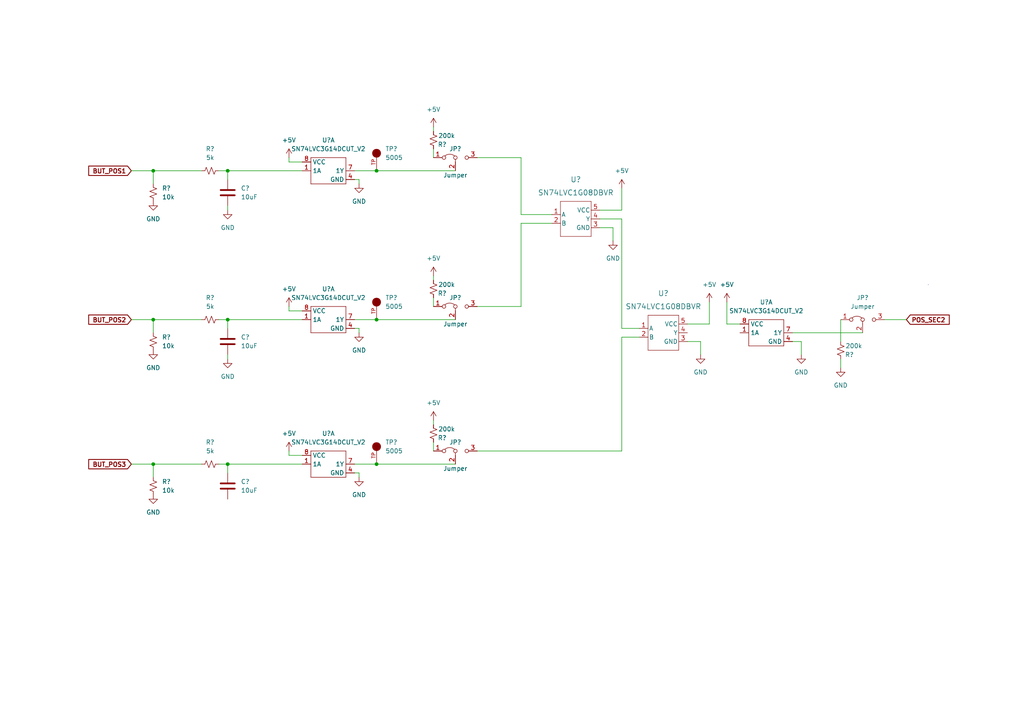
<source format=kicad_sch>
(kicad_sch (version 20211123) (generator eeschema)
  (paper "A4")
  (lib_symbols
    (symbol "Device:C" (pin_numbers hide) (pin_names (offset 0.254))
      (property "Reference" "C" (at 0.635 2.54 0))
      (property "Value" "C" (at 0.635 -2.54 0))
      (symbol "C_0_1"
        (polyline (pts (xy -2.032 -0.762) (xy 2.032 -0.762)) (stroke (width 0.508)))
        (polyline (pts (xy -2.032 0.762) (xy 2.032 0.762)) (stroke (width 0.508)))
      )
      (symbol "C_1_1"
        (pin passive line (at 0 3.81 270) (length 2.794) (name "~") (number "1"))
        (pin passive line (at 0 -3.81 90) (length 2.794) (name "~") (number "2"))
      )
    )
    (symbol "Device:R_Small_US" (pin_numbers hide) (pin_names (offset 0.254) hide)
      (property "Reference" "R" (at 0.762 0.508 0))
      (property "Value" "R_Small_US" (at 0.762 -1.016 0))
      (symbol "R_Small_US_1_1"
        (polyline (pts (xy 0 0) (xy 1.016 -0.381) (xy 0 -0.762) (xy -1.016 -1.143) (xy 0 -1.524)))
        (polyline (pts (xy 0 1.524) (xy 1.016 1.143) (xy 0 0.762) (xy -1.016 0.381) (xy 0 0)))
        (pin passive line (at 0 2.54 270) (length 1.016) (name "~") (number "1"))
        (pin passive line (at 0 -2.54 90) (length 1.016) (name "~") (number "2"))
      )
    )
    (symbol "Jumper:Jumper_3_Bridged12" (pin_names (offset 0) hide)
      (property "Reference" "JP" (at -2.54 -2.54 0))
      (property "Value" "Jumper_3_Bridged12" (at 0 2.794 0))
      (symbol "Jumper_3_Bridged12_0_0"
        (circle (center -3.302 0) (radius 0.508))
        (circle (center 0 0) (radius 0.508))
        (circle (center 3.302 0) (radius 0.508))
      )
      (symbol "Jumper_3_Bridged12_0_1"
        (arc (start -0.254 0.508) (mid -1.651 0.9912) (end -3.048 0.508))
        (polyline (pts (xy 0 -1.27) (xy 0 -0.508)))
      )
      (symbol "Jumper_3_Bridged12_1_1"
        (pin passive line (at -6.35 0 0) (length 2.54) (name "A") (number "1"))
        (pin passive line (at 0 -3.81 90) (length 2.54) (name "C") (number "2"))
        (pin passive line (at 6.35 0 180) (length 2.54) (name "B") (number "3"))
      )
    )
    (symbol "SymLib:5005" (pin_names (offset 1.016))
      (property "Reference" "TP" (at -2.54 2.54 0))
      (property "Value" "5005" (at -2.54 -3.81 0))
      (symbol "5005_0_0"
        (circle (center 0 0) (radius 0.635) (stroke (width 1.27)))
        (pin passive line (at -5.08 0 0) (length 5.08) (name "~") (number "TP"))
      )
    )
    (symbol "SymLib:SN74LVC1G08DBVR" (pin_names (offset 0.254))
      (property "Reference" "U" (at 25.4 10.16 0))
      (property "Value" "SN74LVC1G08DBVR" (at 25.4 7.62 0))
      (symbol "SN74LVC1G08DBVR_0_1"
        (polyline (pts (xy 20.32 -7.62) (xy 29.21 -7.62)) (stroke (width 0.127)))
        (polyline (pts (xy 20.32 2.54) (xy 20.32 -7.62)) (stroke (width 0.127)))
        (polyline (pts (xy 29.21 -7.62) (xy 29.21 2.54)) (stroke (width 0.127)))
        (polyline (pts (xy 29.21 2.54) (xy 20.32 2.54)) (stroke (width 0.127)))
        (pin input line (at 17.78 -1.27 0) (length 2.54) (name "A") (number "1"))
        (pin input line (at 17.78 -3.81 0) (length 2.54) (name "B") (number "2"))
        (pin power_in line (at 31.75 -5.08 180) (length 2.54) (name "GND") (number "3"))
        (pin output line (at 31.75 -2.54 180) (length 2.54) (name "Y") (number "4"))
        (pin power_in line (at 31.75 0 180) (length 2.54) (name "VCC") (number "5"))
      )
    )
    (symbol "SymLib:SN74LVC3G14DCUT_V2"
      (property "Reference" "U" (at -3.81 5.08 0))
      (property "Value" "SN74LVC3G14DCUT_V2" (at 0 -5.08 0))
      (symbol "SN74LVC3G14DCUT_V2_0_1"
        (rectangle (start -5.08 -3.81) (end 5.08 -3.81))
        (rectangle (start -5.08 3.81) (end -5.08 -3.81))
        (rectangle (start -5.08 3.81) (end 5.08 3.81))
        (rectangle (start 5.08 3.81) (end 5.08 -3.81))
      )
      (symbol "SN74LVC3G14DCUT_V2_1_1"
        (pin bidirectional line (at -7.62 0 0) (length 2.54) (name "1A") (number "1"))
        (pin bidirectional line (at 7.62 -2.54 180) (length 2.54) (name "GND") (number "4"))
        (pin output line (at 7.62 0 180) (length 2.54) (name "1Y") (number "7"))
        (pin bidirectional line (at -7.62 2.54 0) (length 2.54) (name "VCC") (number "8"))
      )
      (symbol "SN74LVC3G14DCUT_V2_2_1"
        (pin bidirectional line (at -7.62 0 0) (length 2.54) (name "2A") (number "3"))
        (pin output line (at 7.62 0 180) (length 2.54) (name "2Y") (number "5"))
      )
      (symbol "SN74LVC3G14DCUT_V2_3_1"
        (pin output line (at 7.62 0 180) (length 2.54) (name "3Y") (number "2"))
        (pin bidirectional line (at -7.62 0 0) (length 2.54) (name "3A") (number "6"))
      )
    )
    (symbol "power:+5V" (power) (pin_names (offset 0))
      (property "Value" "+5V" (at 0 3.556 0))
      (symbol "+5V_0_1"
        (polyline (pts (xy -0.762 1.27) (xy 0 2.54)))
        (polyline (pts (xy 0 0) (xy 0 2.54)))
        (polyline (pts (xy 0 2.54) (xy 0.762 1.27)))
      )
      (symbol "+5V_1_1"
        (pin power_in line (at 0 0 90) (length 0) hide (name "+5V") (number "1"))
      )
    )
    (symbol "power:GND" (power) (pin_names (offset 0))
      (property "Value" "GND" (at 0 -3.81 0))
      (symbol "GND_0_1"
        (polyline (pts (xy 0 0) (xy 0 -1.27) (xy 1.27 -1.27) (xy 0 -2.54) (xy -1.27 -1.27) (xy 0 -1.27)))
      )
      (symbol "GND_1_1"
        (pin power_in line (at 0 0 270) (length 0) hide (name "GND") (number "1"))
      )
    )
  )
  (junction (at 44.45 92.71))
  (junction (at 66.04 134.62))
  (junction (at 66.04 49.53))
  (junction (at 44.45 49.53))
  (junction (at 109.22 49.53))
  (junction (at 109.22 134.62))
  (junction (at 44.45 134.62))
  (junction (at 66.04 92.71))
  (junction (at 109.22 92.71))
  (wire (pts (xy 66.04 134.62) (xy 66.04 137.16)))
  (wire (pts (xy 66.04 59.69) (xy 66.04 60.96)))
  (wire (pts (xy 125.73 81.28) (xy 125.73 80.01)))
  (wire (pts (xy 38.1 134.62) (xy 44.45 134.62)))
  (wire (pts (xy 102.87 52.07) (xy 104.14 52.07)))
  (wire (pts (xy 199.39 93.98) (xy 205.74 93.98)))
  (wire (pts (xy 109.22 134.62) (xy 132.08 134.62)))
  (wire (pts (xy 102.87 137.16) (xy 104.14 137.16)))
  (wire (pts (xy 177.8 66.04) (xy 177.8 69.85)))
  (wire (pts (xy 214.63 93.98) (xy 210.82 93.98)))
  (wire (pts (xy 44.45 49.53) (xy 44.45 53.34)))
  (wire (pts (xy 87.63 46.99) (xy 83.82 46.99)))
  (wire (pts (xy 256.54 92.71) (xy 262.89 92.71)))
  (wire (pts (xy 87.63 90.17) (xy 83.82 90.17)))
  (wire (pts (xy 203.2 99.06) (xy 203.2 102.87)))
  (wire (pts (xy 243.84 104.14) (xy 243.84 106.68)))
  (wire (pts (xy 151.13 62.23) (xy 160.02 62.23)))
  (wire (pts (xy 173.99 63.5) (xy 180.34 63.5)))
  (polyline (pts (xy 269.24 82.55) (xy 269.24 82.55)))
  (wire (pts (xy 83.82 132.08) (xy 83.82 130.81)))
  (wire (pts (xy 229.87 99.06) (xy 232.41 99.06)))
  (wire (pts (xy 66.04 49.53) (xy 87.63 49.53)))
  (wire (pts (xy 173.99 60.96) (xy 180.34 60.96)))
  (wire (pts (xy 125.73 43.18) (xy 125.73 45.72)))
  (wire (pts (xy 44.45 134.62) (xy 44.45 138.43)))
  (wire (pts (xy 160.02 64.77) (xy 151.13 64.77)))
  (wire (pts (xy 66.04 134.62) (xy 87.63 134.62)))
  (wire (pts (xy 138.43 130.81) (xy 180.34 130.81)))
  (wire (pts (xy 109.22 49.53) (xy 132.08 49.53)))
  (wire (pts (xy 83.82 90.17) (xy 83.82 88.9)))
  (wire (pts (xy 229.87 96.52) (xy 250.19 96.52)))
  (wire (pts (xy 104.14 53.34) (xy 104.14 52.07)))
  (wire (pts (xy 180.34 63.5) (xy 180.34 95.25)))
  (wire (pts (xy 102.87 134.62) (xy 109.22 134.62)))
  (wire (pts (xy 87.63 132.08) (xy 83.82 132.08)))
  (wire (pts (xy 180.34 54.61) (xy 180.34 60.96)))
  (wire (pts (xy 109.22 92.71) (xy 132.08 92.71)))
  (wire (pts (xy 104.14 138.43) (xy 104.14 137.16)))
  (wire (pts (xy 63.5 134.62) (xy 66.04 134.62)))
  (wire (pts (xy 38.1 49.53) (xy 44.45 49.53)))
  (wire (pts (xy 173.99 66.04) (xy 177.8 66.04)))
  (wire (pts (xy 180.34 95.25) (xy 185.42 95.25)))
  (wire (pts (xy 63.5 92.71) (xy 66.04 92.71)))
  (wire (pts (xy 66.04 102.87) (xy 66.04 104.14)))
  (wire (pts (xy 66.04 49.53) (xy 66.04 52.07)))
  (wire (pts (xy 66.04 92.71) (xy 66.04 95.25)))
  (wire (pts (xy 151.13 45.72) (xy 151.13 62.23)))
  (wire (pts (xy 102.87 95.25) (xy 104.14 95.25)))
  (wire (pts (xy 44.45 134.62) (xy 58.42 134.62)))
  (wire (pts (xy 44.45 49.53) (xy 58.42 49.53)))
  (wire (pts (xy 180.34 97.79) (xy 185.42 97.79)))
  (wire (pts (xy 125.73 128.27) (xy 125.73 130.81)))
  (wire (pts (xy 243.84 92.71) (xy 243.84 99.06)))
  (wire (pts (xy 151.13 88.9) (xy 138.43 88.9)))
  (wire (pts (xy 125.73 86.36) (xy 125.73 88.9)))
  (wire (pts (xy 102.87 92.71) (xy 109.22 92.71)))
  (wire (pts (xy 232.41 99.06) (xy 232.41 102.87)))
  (wire (pts (xy 180.34 130.81) (xy 180.34 97.79)))
  (wire (pts (xy 205.74 87.63) (xy 205.74 93.98)))
  (wire (pts (xy 38.1 92.71) (xy 44.45 92.71)))
  (wire (pts (xy 104.14 96.52) (xy 104.14 95.25)))
  (wire (pts (xy 151.13 45.72) (xy 138.43 45.72)))
  (wire (pts (xy 83.82 46.99) (xy 83.82 45.72)))
  (wire (pts (xy 125.73 38.1) (xy 125.73 36.83)))
  (wire (pts (xy 44.45 92.71) (xy 58.42 92.71)))
  (wire (pts (xy 66.04 49.53) (xy 63.5 49.53)))
  (wire (pts (xy 125.73 123.19) (xy 125.73 121.92)))
  (wire (pts (xy 151.13 64.77) (xy 151.13 88.9)))
  (wire (pts (xy 199.39 99.06) (xy 203.2 99.06)))
  (wire (pts (xy 66.04 92.71) (xy 87.63 92.71)))
  (wire (pts (xy 44.45 92.71) (xy 44.45 96.52)))
  (wire (pts (xy 102.87 49.53) (xy 109.22 49.53)))
  (wire (pts (xy 210.82 87.63) (xy 210.82 93.98)))
  (global_label "BUT_POS2" (shape input) (at 38.1 92.71 180) (effects (font (thickness 0.254) bold)) (property "Intersheet References" "${INTERSHEET_REFS}" (effects hide)))
  (global_label "POS_SEC2" (shape input) (at 262.89 92.71 0) (effects (font (thickness 0.254) bold)) (property "Intersheet References" "${INTERSHEET_REFS}" (effects hide)))
  (global_label "BUT_POS3" (shape input) (at 38.1 134.62 180) (effects (font (thickness 0.254) bold)) (property "Intersheet References" "${INTERSHEET_REFS}" (effects hide)))
  (global_label "BUT_POS1" (shape input) (at 38.1 49.53 180) (effects (font (thickness 0.254) bold)) (property "Intersheet References" "${INTERSHEET_REFS}" (effects hide)))
  (symbol (lib_id "Device:C") (at 66.04 140.97 0) (unit 1)
    (property "Reference" "C?" (at 69.85 139.6999 0) (effects (justify left)))
    (property "Value" "10uF" (at 69.85 142.2399 0) (effects (justify left)))
    (property "Footprint" "Capacitor_SMD:C_0603_1608Metric" (effects hide))
  )
  (symbol (lib_id "Jumper:Jumper_3_Bridged12") (at 132.08 45.72 0) (unit 1)
    (property "Reference" "JP?" (at 132.08 43.18 0))
    (property "Value" "Jumper" (at 132.08 50.8 0))
    (property "Footprint" "Connector_PinHeader_2.54mm:PinHeader_1x03_P2.54mm_Vertical" (effects hide))
  )
  (symbol (lib_id "SymLib:SN74LVC1G08DBVR") (at 142.24 60.96 0) (unit 1)
    (property "Reference" "U?" (at 167.005 52.07 0) (effects (font (size 1.524 1.524))))
    (property "Value" "SN74LVC1G08DBVR" (at 167.005 55.88 0) (effects (font (size 1.524 1.524))))
    (property "Footprint" "FootPrint:SOT95P270X145-5N" (effects hide))
  )
  (symbol (lib_id "power:GND") (at 44.45 58.42 0) (unit 1)
    (property "Reference" "#PWR?" (effects hide))
    (property "Value" "GND" (at 44.45 63.5 0))
  )
  (symbol (lib_id "Device:R_Small_US") (at 44.45 140.97 0) (unit 1)
    (property "Reference" "R?" (at 46.99 139.6999 0) (effects (justify left)))
    (property "Value" "10k" (at 46.99 142.2399 0) (effects (justify left)))
    (property "Footprint" "Resistor_SMD:R_0603_1608Metric" (effects hide))
  )
  (symbol (lib_id "Device:R_Small_US") (at 60.96 49.53 90) (unit 1)
    (property "Reference" "R?" (at 60.96 43.18 90))
    (property "Value" "5k" (at 60.96 45.72 90))
    (property "Footprint" "Resistor_SMD:R_0603_1608Metric" (effects hide))
  )
  (symbol (lib_id "power:GND") (at 44.45 143.51 0) (unit 1)
    (property "Reference" "#PWR?" (effects hide))
    (property "Value" "GND" (at 44.45 148.59 0))
  )
  (symbol (lib_id "power:GND") (at 44.45 101.6 0) (unit 1)
    (property "Reference" "#PWR?" (effects hide))
    (property "Value" "GND" (at 44.45 106.68 0))
  )
  (symbol (lib_id "Jumper:Jumper_3_Bridged12") (at 250.19 92.71 0) (unit 1)
    (property "Reference" "JP?" (at 250.19 86.36 0))
    (property "Value" "Jumper" (at 250.19 88.9 0))
    (property "Footprint" "Connector_PinHeader_2.54mm:PinHeader_1x03_P2.54mm_Vertical" (effects hide))
  )
  (symbol (lib_id "power:GND") (at 232.41 102.87 0) (unit 1)
    (property "Reference" "#PWR?" (effects hide))
    (property "Value" "GND" (at 232.41 107.95 0))
  )
  (symbol (lib_id "Device:R_Small_US") (at 125.73 40.64 0) (unit 1)
    (property "Reference" "R?" (at 128.27 41.91 0))
    (property "Value" "200k" (at 129.54 39.37 0))
    (property "Footprint" "Resistor_SMD:R_0603_1608Metric" (effects hide))
  )
  (symbol (lib_id "power:+5V") (at 125.73 121.92 0) (unit 1)
    (property "Reference" "#PWR?" (effects hide))
    (property "Value" "+5V" (at 125.73 116.84 0))
  )
  (symbol (lib_id "SymLib:SN74LVC3G14DCUT_V2") (at 222.25 96.52 0) (unit 1)
    (property "Reference" "U?" (at 222.25 87.63 0))
    (property "Value" "SN74LVC3G14DCUT_V2" (at 222.25 90.17 0))
    (property "Footprint" "FootPrint:SN74LVC3G14DCUT" (effects hide))
  )
  (symbol (lib_id "power:+5V") (at 83.82 88.9 0) (unit 1)
    (property "Reference" "#PWR?" (effects hide))
    (property "Value" "+5V" (at 83.82 83.82 0))
  )
  (symbol (lib_id "power:+5V") (at 83.82 130.81 0) (unit 1)
    (property "Reference" "#PWR?" (effects hide))
    (property "Value" "+5V" (at 83.82 125.73 0))
  )
  (symbol (lib_id "power:GND") (at 177.8 69.85 0) (unit 1)
    (property "Reference" "#PWR?" (effects hide))
    (property "Value" "GND" (at 177.8 74.93 0))
  )
  (symbol (lib_id "Device:R_Small_US") (at 243.84 101.6 0) (unit 1)
    (property "Reference" "R?" (at 246.38 102.87 0))
    (property "Value" "200k" (at 247.65 100.33 0))
    (property "Footprint" "Resistor_SMD:R_0603_1608Metric" (effects hide))
  )
  (symbol (lib_id "Device:C") (at 66.04 99.06 0) (unit 1)
    (property "Reference" "C?" (at 69.85 97.7899 0) (effects (justify left)))
    (property "Value" "10uF" (at 69.85 100.3299 0) (effects (justify left)))
    (property "Footprint" "Capacitor_SMD:C_0603_1608Metric" (effects hide))
  )
  (symbol (lib_id "power:GND") (at 104.14 138.43 0) (unit 1)
    (property "Reference" "#PWR?" (effects hide))
    (property "Value" "GND" (at 104.14 143.51 0))
  )
  (symbol (lib_id "power:GND") (at 203.2 102.87 0) (unit 1)
    (property "Reference" "#PWR?" (effects hide))
    (property "Value" "GND" (at 203.2 107.95 0))
  )
  (symbol (lib_id "power:+5V") (at 125.73 80.01 0) (unit 1)
    (property "Reference" "#PWR?" (effects hide))
    (property "Value" "+5V" (at 125.73 74.93 0))
  )
  (symbol (lib_id "SymLib:SN74LVC3G14DCUT_V2") (at 95.25 134.62 0) (unit 1)
    (property "Reference" "U?" (at 95.25 125.73 0))
    (property "Value" "SN74LVC3G14DCUT_V2" (at 95.25 128.27 0))
    (property "Footprint" "FootPrint:SN74LVC3G14DCUT" (effects hide))
  )
  (symbol (lib_id "power:+5V") (at 180.34 54.61 0) (unit 1)
    (property "Reference" "#PWR?" (effects hide))
    (property "Value" "+5V" (at 180.34 49.53 0))
  )
  (symbol (lib_id "power:GND") (at 104.14 96.52 0) (unit 1)
    (property "Reference" "#PWR?" (effects hide))
    (property "Value" "GND" (at 104.14 101.6 0))
  )
  (symbol (lib_id "SymLib:SN74LVC1G08DBVR") (at 167.64 93.98 0) (unit 1)
    (property "Reference" "U?" (at 192.405 85.09 0) (effects (font (size 1.524 1.524))))
    (property "Value" "SN74LVC1G08DBVR" (at 192.405 88.9 0) (effects (font (size 1.524 1.524))))
    (property "Footprint" "FootPrint:SOT95P270X145-5N" (effects hide))
  )
  (symbol (lib_id "power:GND") (at 104.14 53.34 0) (unit 1)
    (property "Reference" "#PWR?" (effects hide))
    (property "Value" "GND" (at 104.14 58.42 0))
  )
  (symbol (lib_id "power:+5V") (at 205.74 87.63 0) (unit 1)
    (property "Reference" "#PWR?" (effects hide))
    (property "Value" "+5V" (at 205.74 82.55 0))
  )
  (symbol (lib_id "SymLib:SN74LVC3G14DCUT_V2") (at 95.25 92.71 0) (unit 1)
    (property "Reference" "U?" (at 95.25 83.82 0))
    (property "Value" "SN74LVC3G14DCUT_V2" (at 95.25 86.36 0))
    (property "Footprint" "FootPrint:SN74LVC3G14DCUT" (effects hide))
  )
  (symbol (lib_id "power:GND") (at 243.84 106.68 0) (unit 1)
    (property "Reference" "#PWR?" (effects hide))
    (property "Value" "GND" (at 243.84 111.76 0))
  )
  (symbol (lib_id "power:+5V") (at 83.82 45.72 0) (unit 1)
    (property "Reference" "#PWR?" (effects hide))
    (property "Value" "+5V" (at 83.82 40.64 0))
  )
  (symbol (lib_id "Device:C") (at 66.04 55.88 0) (unit 1)
    (property "Reference" "C?" (at 69.85 54.6099 0) (effects (justify left)))
    (property "Value" "10uF" (at 69.85 57.1499 0) (effects (justify left)))
    (property "Footprint" "Capacitor_SMD:C_0603_1608Metric" (effects hide))
  )
  (symbol (lib_id "Device:R_Small_US") (at 44.45 55.88 0) (unit 1)
    (property "Reference" "R?" (at 46.99 54.6099 0) (effects (justify left)))
    (property "Value" "10k" (at 46.99 57.1499 0) (effects (justify left)))
    (property "Footprint" "Resistor_SMD:R_0603_1608Metric" (effects hide))
  )
  (symbol (lib_id "Jumper:Jumper_3_Bridged12") (at 132.08 130.81 0) (unit 1)
    (property "Reference" "JP?" (at 132.08 128.27 0))
    (property "Value" "Jumper" (at 132.08 135.89 0))
    (property "Footprint" "Connector_PinHeader_2.54mm:PinHeader_1x03_P2.54mm_Vertical" (effects hide))
  )
  (symbol (lib_id "Device:R_Small_US") (at 60.96 92.71 90) (unit 1)
    (property "Reference" "R?" (at 60.96 86.36 90))
    (property "Value" "5k" (at 60.96 88.9 90))
    (property "Footprint" "Resistor_SMD:R_0603_1608Metric" (effects hide))
  )
  (symbol (lib_id "power:+5V") (at 210.82 87.63 0) (unit 1)
    (property "Reference" "#PWR?" (effects hide))
    (property "Value" "+5V" (at 210.82 82.55 0))
  )
  (symbol (lib_id "Device:R_Small_US") (at 125.73 83.82 0) (unit 1)
    (property "Reference" "R?" (at 128.27 85.09 0))
    (property "Value" "200k" (at 129.54 82.55 0))
    (property "Footprint" "Resistor_SMD:R_0603_1608Metric" (effects hide))
  )
  (symbol (lib_id "Jumper:Jumper_3_Bridged12") (at 132.08 88.9 0) (unit 1)
    (property "Reference" "JP?" (at 132.08 86.36 0))
    (property "Value" "Jumper" (at 132.08 93.98 0))
    (property "Footprint" "Connector_PinHeader_2.54mm:PinHeader_1x03_P2.54mm_Vertical" (effects hide))
  )
  (symbol (lib_id "power:+5V") (at 125.73 36.83 0) (unit 1)
    (property "Reference" "#PWR?" (effects hide))
    (property "Value" "+5V" (at 125.73 31.75 0))
  )
  (symbol (lib_id "power:GND") (at 66.04 104.14 0) (unit 1)
    (property "Reference" "#PWR?" (effects hide))
    (property "Value" "GND" (at 66.04 109.22 0))
  )
  (symbol (lib_id "SymLib:5005") (at 109.22 129.54 90) (unit 1)
    (property "Reference" "TP?" (at 111.76 128.2699 90) (effects (justify right)))
    (property "Value" "5005" (at 111.76 130.8099 90) (effects (justify right)))
    (property "Footprint" "FootPrint:KEYSTONE_5005" (effects hide))
    (property "MF" "Keystone Electronics" (effects hide))
    (property "DESCRIPTION" "Compact THM Test Point -Red" (effects hide))
    (property "PACKAGE" "NON STANDARD-1 Keystone" (effects hide))
    (property "PRICE" "None" (effects hide))
    (property "MP" "5005" (effects hide))
    (property "AVAILABILITY" "In Stock" (effects hide))
    (property "PURCHASE-URL" "https://pricing.snapeda.com/search/part/5005/?ref=eda" (effects hide))
  )
  (symbol (lib_id "SymLib:5005") (at 109.22 87.63 90) (unit 1)
    (property "Reference" "TP?" (at 111.76 86.3599 90) (effects (justify right)))
    (property "Value" "5005" (at 111.76 88.8999 90) (effects (justify right)))
    (property "Footprint" "FootPrint:KEYSTONE_5005" (effects hide))
    (property "MF" "Keystone Electronics" (effects hide))
    (property "DESCRIPTION" "Compact THM Test Point -Red" (effects hide))
    (property "PACKAGE" "NON STANDARD-1 Keystone" (effects hide))
    (property "PRICE" "None" (effects hide))
    (property "MP" "5005" (effects hide))
    (property "AVAILABILITY" "In Stock" (effects hide))
    (property "PURCHASE-URL" "https://pricing.snapeda.com/search/part/5005/?ref=eda" (effects hide))
  )
  (symbol (lib_id "Device:R_Small_US") (at 60.96 134.62 90) (unit 1)
    (property "Reference" "R?" (at 60.96 128.27 90))
    (property "Value" "5k" (at 60.96 130.81 90))
    (property "Footprint" "Resistor_SMD:R_0603_1608Metric" (effects hide))
  )
  (symbol (lib_id "SymLib:SN74LVC3G14DCUT_V2") (at 95.25 49.53 0) (unit 1)
    (property "Reference" "U?" (at 95.25 40.64 0))
    (property "Value" "SN74LVC3G14DCUT_V2" (at 95.25 43.18 0))
    (property "Footprint" "FootPrint:SN74LVC3G14DCUT" (effects hide))
  )
  (symbol (lib_id "Device:R_Small_US") (at 44.45 99.06 0) (unit 1)
    (property "Reference" "R?" (at 46.99 97.7899 0) (effects (justify left)))
    (property "Value" "10k" (at 46.99 100.3299 0) (effects (justify left)))
    (property "Footprint" "Resistor_SMD:R_0603_1608Metric" (effects hide))
  )
  (symbol (lib_id "SymLib:5005") (at 109.22 44.45 90) (unit 1)
    (property "Reference" "TP?" (at 111.76 43.1799 90) (effects (justify right)))
    (property "Value" "5005" (at 111.76 45.7199 90) (effects (justify right)))
    (property "Footprint" "FootPrint:KEYSTONE_5005" (effects hide))
    (property "MF" "Keystone Electronics" (effects hide))
    (property "DESCRIPTION" "Compact THM Test Point -Red" (effects hide))
    (property "PACKAGE" "NON STANDARD-1 Keystone" (effects hide))
    (property "PRICE" "None" (effects hide))
    (property "MP" "5005" (effects hide))
    (property "AVAILABILITY" "In Stock" (effects hide))
    (property "PURCHASE-URL" "https://pricing.snapeda.com/search/part/5005/?ref=eda" (effects hide))
  )
  (symbol (lib_id "power:GND") (at 66.04 60.96 0) (unit 1)
    (property "Reference" "#PWR?" (effects hide))
    (property "Value" "GND" (at 66.04 66.04 0))
  )
  (symbol (lib_id "Device:R_Small_US") (at 125.73 125.73 0) (unit 1)
    (property "Reference" "R?" (at 128.27 127 0))
    (property "Value" "200k" (at 129.54 124.46 0))
    (property "Footprint" "Resistor_SMD:R_0603_1608Metric" (effects hide))
  )
)
</source>
